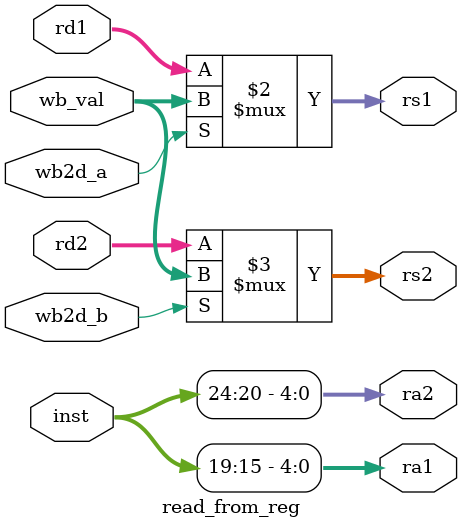
<source format=v>
module read_from_reg(
    input [31:0] inst,
    input wb2d_a,
    input wb2d_b,
    input [31:0] rd1,
    input [31:0] rd2,
    input [31:0] wb_val,
    output reg [4:0] ra1,
    output reg [4:0] ra2,
    output [31:0] rs1,
    output [31:0] rs2
);

    // RegFile read (asynchronous)
    always @(*) begin
      ra1 = inst[19:15];
      ra2 = inst[24:20];
    end

    // MW2D Forwarding
    assign rs1 = (wb2d_a) ? wb_val : rd1;
    assign rs2 = (wb2d_b) ? wb_val : rd2;

endmodule
</source>
